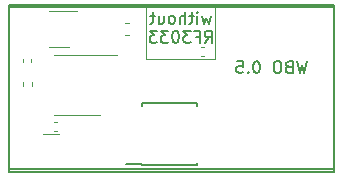
<source format=gbo>
G75*
G70*
%OFA0B0*%
%FSLAX25Y25*%
%IPPOS*%
%LPD*%
%AMOC8*
5,1,8,0,0,1.08239X$1,22.5*
%
%ADD19C,0.00787*%
%ADD38C,0.00472*%
%ADD42C,0.00591*%
X0000000Y0000000D02*
%LPD*%
G01*
D19*
X0113563Y0060296D02*
X0005295Y0060296D01*
X0005295Y0005571D01*
X0113563Y0005571D01*
X0113563Y0060296D01*
X0004902Y0004469D02*
%LPD*%
G01*
D38*
X0073800Y0042461D02*
X0050965Y0042461D01*
X0073800Y0042461D02*
X0073800Y0059646D01*
X0050965Y0042461D02*
X0050965Y0059548D01*
D42*
X0072491Y0056789D02*
X0071741Y0054164D01*
X0070991Y0056039D01*
X0070241Y0054164D01*
X0069491Y0056789D01*
X0067992Y0054164D02*
X0067992Y0056789D01*
X0067992Y0058101D02*
X0068179Y0057914D01*
X0067992Y0057726D01*
X0067804Y0057914D01*
X0067992Y0058101D01*
X0067992Y0057726D01*
X0066679Y0056789D02*
X0065179Y0056789D01*
X0066117Y0058101D02*
X0066117Y0054727D01*
X0065929Y0054352D01*
X0065554Y0054164D01*
X0065179Y0054164D01*
X0063867Y0054164D02*
X0063867Y0058101D01*
X0062180Y0054164D02*
X0062180Y0056227D01*
X0062367Y0056602D01*
X0062742Y0056789D01*
X0063305Y0056789D01*
X0063680Y0056602D01*
X0063867Y0056414D01*
X0059743Y0054164D02*
X0060118Y0054352D01*
X0060305Y0054539D01*
X0060493Y0054914D01*
X0060493Y0056039D01*
X0060305Y0056414D01*
X0060118Y0056602D01*
X0059743Y0056789D01*
X0059180Y0056789D01*
X0058805Y0056602D01*
X0058618Y0056414D01*
X0058430Y0056039D01*
X0058430Y0054914D01*
X0058618Y0054539D01*
X0058805Y0054352D01*
X0059180Y0054164D01*
X0059743Y0054164D01*
X0055056Y0056789D02*
X0055056Y0054164D01*
X0056743Y0056789D02*
X0056743Y0054727D01*
X0056556Y0054352D01*
X0056181Y0054164D01*
X0055618Y0054164D01*
X0055243Y0054352D01*
X0055056Y0054539D01*
X0053743Y0056789D02*
X0052244Y0056789D01*
X0053181Y0058101D02*
X0053181Y0054727D01*
X0052993Y0054352D01*
X0052619Y0054164D01*
X0052244Y0054164D01*
X0070429Y0047826D02*
X0071741Y0049701D01*
X0072679Y0047826D02*
X0072679Y0051763D01*
X0071179Y0051763D01*
X0070804Y0051575D01*
X0070616Y0051388D01*
X0070429Y0051013D01*
X0070429Y0050450D01*
X0070616Y0050075D01*
X0070804Y0049888D01*
X0071179Y0049701D01*
X0072679Y0049701D01*
X0067429Y0049888D02*
X0068742Y0049888D01*
X0068742Y0047826D02*
X0068742Y0051763D01*
X0066867Y0051763D01*
X0065742Y0051763D02*
X0063305Y0051763D01*
X0064617Y0050263D01*
X0064055Y0050263D01*
X0063680Y0050075D01*
X0063492Y0049888D01*
X0063305Y0049513D01*
X0063305Y0048576D01*
X0063492Y0048201D01*
X0063680Y0048013D01*
X0064055Y0047826D01*
X0065179Y0047826D01*
X0065554Y0048013D01*
X0065742Y0048201D01*
X0060868Y0051763D02*
X0060493Y0051763D01*
X0060118Y0051575D01*
X0059930Y0051388D01*
X0059743Y0051013D01*
X0059555Y0050263D01*
X0059555Y0049326D01*
X0059743Y0048576D01*
X0059930Y0048201D01*
X0060118Y0048013D01*
X0060493Y0047826D01*
X0060868Y0047826D01*
X0061242Y0048013D01*
X0061430Y0048201D01*
X0061617Y0048576D01*
X0061805Y0049326D01*
X0061805Y0050263D01*
X0061617Y0051013D01*
X0061430Y0051388D01*
X0061242Y0051575D01*
X0060868Y0051763D01*
X0058243Y0051763D02*
X0055806Y0051763D01*
X0057118Y0050263D01*
X0056556Y0050263D01*
X0056181Y0050075D01*
X0055993Y0049888D01*
X0055806Y0049513D01*
X0055806Y0048576D01*
X0055993Y0048201D01*
X0056181Y0048013D01*
X0056556Y0047826D01*
X0057680Y0047826D01*
X0058055Y0048013D01*
X0058243Y0048201D01*
X0054493Y0051763D02*
X0052056Y0051763D01*
X0053368Y0050263D01*
X0052806Y0050263D01*
X0052431Y0050075D01*
X0052244Y0049888D01*
X0052056Y0049513D01*
X0052056Y0048576D01*
X0052244Y0048201D01*
X0052431Y0048013D01*
X0052806Y0047826D01*
X0053931Y0047826D01*
X0054306Y0048013D01*
X0054493Y0048201D01*
X0104602Y0041664D02*
X0103665Y0037727D01*
X0102915Y0040539D01*
X0102165Y0037727D01*
X0101227Y0041664D01*
X0098415Y0039790D02*
X0097853Y0039602D01*
X0097665Y0039415D01*
X0097478Y0039040D01*
X0097478Y0038477D01*
X0097665Y0038102D01*
X0097853Y0037915D01*
X0098228Y0037727D01*
X0099728Y0037727D01*
X0099728Y0041664D01*
X0098415Y0041664D01*
X0098040Y0041477D01*
X0097853Y0041289D01*
X0097665Y0040914D01*
X0097665Y0040539D01*
X0097853Y0040165D01*
X0098040Y0039977D01*
X0098415Y0039790D01*
X0099728Y0039790D01*
X0095041Y0041664D02*
X0094291Y0041664D01*
X0093916Y0041477D01*
X0093541Y0041102D01*
X0093353Y0040352D01*
X0093353Y0039040D01*
X0093541Y0038290D01*
X0093916Y0037915D01*
X0094291Y0037727D01*
X0095041Y0037727D01*
X0095416Y0037915D01*
X0095791Y0038290D01*
X0095978Y0039040D01*
X0095978Y0040352D01*
X0095791Y0041102D01*
X0095416Y0041477D01*
X0095041Y0041664D01*
X0087917Y0041664D02*
X0087542Y0041664D01*
X0087167Y0041477D01*
X0086979Y0041289D01*
X0086792Y0040914D01*
X0086604Y0040165D01*
X0086604Y0039227D01*
X0086792Y0038477D01*
X0086979Y0038102D01*
X0087167Y0037915D01*
X0087542Y0037727D01*
X0087917Y0037727D01*
X0088292Y0037915D01*
X0088479Y0038102D01*
X0088667Y0038477D01*
X0088854Y0039227D01*
X0088854Y0040165D01*
X0088667Y0040914D01*
X0088479Y0041289D01*
X0088292Y0041477D01*
X0087917Y0041664D01*
X0084917Y0038102D02*
X0084730Y0037915D01*
X0084917Y0037727D01*
X0085104Y0037915D01*
X0084917Y0038102D01*
X0084917Y0037727D01*
X0081167Y0041664D02*
X0083042Y0041664D01*
X0083230Y0039790D01*
X0083042Y0039977D01*
X0082667Y0040165D01*
X0081730Y0040165D01*
X0081355Y0039977D01*
X0081167Y0039790D01*
X0080980Y0039415D01*
X0080980Y0038477D01*
X0081167Y0038102D01*
X0081355Y0037915D01*
X0081730Y0037727D01*
X0082667Y0037727D01*
X0083042Y0037915D01*
X0083230Y0038102D01*
D19*
X0113563Y0059587D02*
X0005296Y0059587D01*
X0005296Y0059587D02*
X0005296Y0004863D01*
X0005296Y0004863D02*
X0113563Y0004863D01*
X0113563Y0004863D02*
X0113563Y0059587D01*
D38*
X0045011Y0050296D02*
X0043730Y0050296D01*
X0045011Y0054312D02*
X0043730Y0054312D01*
D42*
X0049489Y0027599D02*
X0049489Y0026713D01*
X0049489Y0006930D02*
X0067796Y0006930D01*
X0067796Y0027599D02*
X0067796Y0026713D01*
X0067796Y0006930D02*
X0067796Y0007815D01*
X0049489Y0027599D02*
X0067796Y0027599D01*
X0049489Y0006930D02*
X0049489Y0007422D01*
X0049489Y0007422D02*
X0044174Y0007422D01*
D38*
X0025296Y0046260D02*
X0018367Y0046260D01*
X0018367Y0058347D02*
X0027933Y0058347D01*
X0020324Y0018504D02*
X0021173Y0018504D01*
X0020324Y0021339D02*
X0021173Y0021339D01*
X0070231Y0046280D02*
X0069022Y0046280D01*
X0070231Y0043288D02*
X0069022Y0043288D01*
X0009745Y0033445D02*
X0009745Y0034655D01*
X0012737Y0033445D02*
X0012737Y0034655D01*
X0019174Y0017500D02*
X0021733Y0017500D01*
X0019174Y0005217D02*
X0012579Y0005217D01*
X0019174Y0005217D02*
X0021733Y0005217D01*
X0019174Y0017500D02*
X0016615Y0017500D01*
X0009784Y0042392D02*
X0009784Y0041543D01*
X0012619Y0042392D02*
X0012619Y0041543D01*
X0027737Y0043877D02*
X0020059Y0043877D01*
X0027737Y0043877D02*
X0041319Y0043877D01*
X0027737Y0023720D02*
X0035414Y0023720D01*
X0027737Y0023720D02*
X0020059Y0023720D01*
M02*

</source>
